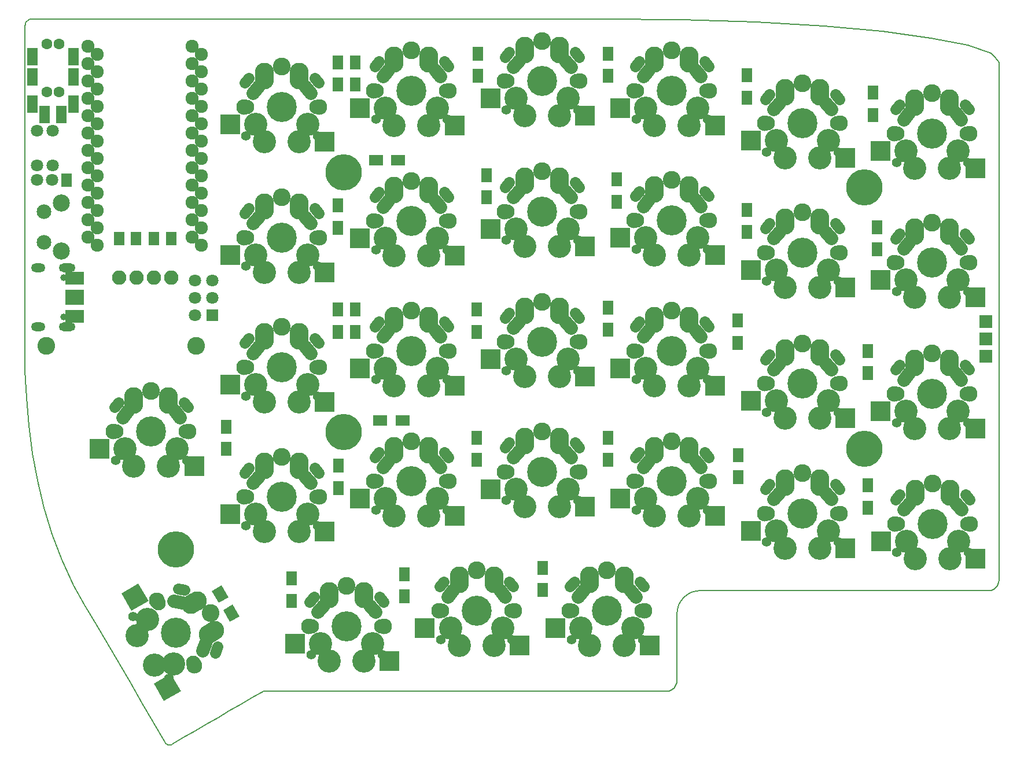
<source format=gts>
G04 #@! TF.GenerationSoftware,KiCad,Pcbnew,(5.1.5)-3*
G04 #@! TF.CreationDate,2020-04-30T15:02:57+07:00*
G04 #@! TF.ProjectId,Lily58,4c696c79-3538-42e6-9b69-6361645f7063,rev?*
G04 #@! TF.SameCoordinates,Original*
G04 #@! TF.FileFunction,Soldermask,Top*
G04 #@! TF.FilePolarity,Negative*
%FSLAX46Y46*%
G04 Gerber Fmt 4.6, Leading zero omitted, Abs format (unit mm)*
G04 Created by KiCad (PCBNEW (5.1.5)-3) date 2020-04-30 15:02:57*
%MOMM*%
%LPD*%
G04 APERTURE LIST*
%ADD10C,0.200000*%
%ADD11R,1.797000X1.797000*%
%ADD12C,1.797000*%
%ADD13O,2.100000X2.100000*%
%ADD14R,1.543000X1.035000*%
%ADD15R,0.781000X0.781000*%
%ADD16O,2.400000X1.300000*%
%ADD17O,2.100000X1.300000*%
%ADD18C,1.000000*%
%ADD19R,2.720000X2.200000*%
%ADD20R,2.720000X1.000000*%
%ADD21C,2.500000*%
%ADD22C,2.150000*%
%ADD23C,0.100000*%
%ADD24C,3.400000*%
%ADD25C,2.800000*%
%ADD26C,1.950000*%
%ADD27C,2.100000*%
%ADD28C,1.400000*%
%ADD29C,2.600000*%
%ADD30C,4.400000*%
%ADD31C,1.650000*%
%ADD32C,2.300000*%
%ADD33R,1.600000X2.000000*%
%ADD34R,2.000000X1.600000*%
%ADD35R,2.950000X2.900000*%
%ADD36C,1.600000*%
%ADD37R,1.600000X2.500000*%
%ADD38C,5.300000*%
%ADD39C,1.924000*%
%ADD40R,1.924000X1.924000*%
G04 APERTURE END LIST*
D10*
X224900000Y-42700000D02*
X225460000Y-43436755D01*
X82937528Y-50750629D02*
X82937528Y-44443695D01*
X82937528Y-57057562D02*
X82937528Y-50750629D01*
X115211711Y-37086762D02*
X104803877Y-37086762D01*
X218692418Y-120789735D02*
X223959999Y-120789735D01*
X213424836Y-120789735D02*
X218692418Y-120789735D01*
X208157255Y-120789735D02*
X213424836Y-120789735D01*
X202889673Y-120789735D02*
X208157255Y-120789735D01*
X197622092Y-120789735D02*
X202889673Y-120789735D01*
X192354511Y-120789735D02*
X197622092Y-120789735D01*
X187086929Y-120789735D02*
X192354511Y-120789735D01*
X181819348Y-120789735D02*
X187086929Y-120789735D01*
X181113524Y-120860778D02*
X181819348Y-120789735D01*
X180456326Y-121064561D02*
X181113524Y-120860778D01*
X179861773Y-121387065D02*
X180456326Y-121064561D01*
X179343884Y-121814271D02*
X179861773Y-121387065D01*
X178916678Y-122332160D02*
X179343884Y-121814271D01*
X178594174Y-122926713D02*
X178916678Y-122332160D01*
X178390391Y-123583911D02*
X178594174Y-122926713D01*
X178319348Y-124289735D02*
X178390391Y-123583911D01*
X199807654Y-38170488D02*
X189919538Y-37585374D01*
X208420758Y-38945561D02*
X199807654Y-38170488D01*
X215525697Y-39885159D02*
X208420758Y-38945561D01*
X220889319Y-40963847D02*
X215525697Y-39885159D01*
X178989563Y-37215654D02*
X167250881Y-37086762D01*
X189919538Y-37585374D02*
X178989563Y-37215654D01*
X177658308Y-135255660D02*
X177403500Y-135393876D01*
X177880261Y-135072571D02*
X177658308Y-135255660D01*
X178063349Y-134850619D02*
X177880261Y-135072571D01*
X178201565Y-134595810D02*
X178063349Y-134850619D01*
X178288901Y-134314154D02*
X178201565Y-134595810D01*
X178319348Y-134011658D02*
X178288901Y-134314154D01*
X225460000Y-52918378D02*
X225460000Y-62400000D01*
X225460000Y-43436755D02*
X225460000Y-52918378D01*
X82937528Y-69671429D02*
X82937528Y-63364495D01*
X82937528Y-75978362D02*
X82937528Y-69671429D01*
X82937528Y-82285296D02*
X82937528Y-75978362D01*
X82937528Y-88592229D02*
X82937528Y-82285296D01*
X104807833Y-37086762D02*
X94400000Y-37086762D01*
X125619545Y-37086762D02*
X115211711Y-37086762D01*
X136027379Y-37086762D02*
X125619545Y-37086762D01*
X146435213Y-37086762D02*
X136027379Y-37086762D01*
X156843047Y-37086762D02*
X146435213Y-37086762D01*
X167250881Y-37086762D02*
X156843047Y-37086762D01*
X83400937Y-37265961D02*
X83579303Y-37169210D01*
X83245570Y-37394123D02*
X83400937Y-37265961D01*
X83117409Y-37549489D02*
X83245570Y-37394123D01*
X83020657Y-37727855D02*
X83117409Y-37549489D01*
X82959523Y-37925015D02*
X83020657Y-37727855D01*
X82938210Y-38136762D02*
X82959523Y-37925015D01*
X83776462Y-37108075D02*
X83988210Y-37086762D01*
X83579303Y-37169210D02*
X83776462Y-37108075D01*
X94396044Y-37086762D02*
X83988210Y-37086762D01*
X82937528Y-63364495D02*
X82937528Y-57057562D01*
X82937528Y-44443695D02*
X82937528Y-38136762D01*
X88291758Y-116318073D02*
X89993333Y-119989540D01*
X86863105Y-112530670D02*
X88291758Y-116318073D01*
X85688004Y-108649127D02*
X86863105Y-112530670D01*
X84747083Y-104695246D02*
X85688004Y-108649127D01*
X84020972Y-100690825D02*
X84747083Y-104695246D01*
X83490297Y-96657663D02*
X84020972Y-100690825D01*
X83135690Y-92617561D02*
X83490297Y-96657663D01*
X82937777Y-88592317D02*
X83135690Y-92617561D01*
X104288864Y-143357278D02*
X104456758Y-143271756D01*
X104130206Y-143404468D02*
X104288864Y-143357278D01*
X103981252Y-143413974D02*
X104130206Y-143404468D01*
X103842470Y-143386445D02*
X103981252Y-143413974D01*
X103714328Y-143322532D02*
X103842470Y-143386445D01*
X103597295Y-143222884D02*
X103714328Y-143322532D01*
X103491837Y-143088150D02*
X103597295Y-143222884D01*
X103398425Y-142918979D02*
X103491837Y-143088150D01*
X116186619Y-136480784D02*
X117862313Y-135510645D01*
X114510925Y-137450923D02*
X116186619Y-136480784D01*
X112835230Y-138421062D02*
X114510925Y-137450923D01*
X111159536Y-139391201D02*
X112835230Y-138421062D01*
X109483841Y-140361340D02*
X111159536Y-139391201D01*
X107808147Y-141331479D02*
X109483841Y-140361340D01*
X106132452Y-142301617D02*
X107808147Y-141331479D01*
X104456758Y-143271756D02*
X106132452Y-142301617D01*
X101722730Y-140052659D02*
X103398425Y-142918979D01*
X100047036Y-137186340D02*
X101722730Y-140052659D01*
X98371341Y-134320020D02*
X100047036Y-137186340D01*
X96695647Y-131453701D02*
X98371341Y-134320020D01*
X95019952Y-128587381D02*
X96695647Y-131453701D01*
X93344258Y-125721062D02*
X95019952Y-128587381D01*
X91668563Y-122854742D02*
X93344258Y-125721062D01*
X89992869Y-119988423D02*
X91668563Y-122854742D01*
X169449826Y-135511658D02*
X176819348Y-135511658D01*
X162080304Y-135511658D02*
X169449826Y-135511658D01*
X154710782Y-135511658D02*
X162080304Y-135511658D01*
X147341260Y-135511658D02*
X154710782Y-135511658D01*
X139971738Y-135511658D02*
X147341260Y-135511658D01*
X132602217Y-135511658D02*
X139971738Y-135511658D01*
X125232695Y-135511658D02*
X132602217Y-135511658D01*
X117863173Y-135511658D02*
X125232695Y-135511658D01*
X178319348Y-132816013D02*
X178319348Y-134011658D01*
X178319348Y-131597973D02*
X178319348Y-132816013D01*
X178319348Y-130379933D02*
X178319348Y-131597973D01*
X178319348Y-129161894D02*
X178319348Y-130379933D01*
X178319348Y-127943854D02*
X178319348Y-129161894D01*
X178319348Y-126725814D02*
X178319348Y-127943854D01*
X178319348Y-125507775D02*
X178319348Y-126725814D01*
X178319348Y-124289735D02*
X178319348Y-125507775D01*
X177121844Y-135481211D02*
X176819348Y-135511658D01*
X177403500Y-135393876D02*
X177121844Y-135481211D01*
X224278471Y-42156190D02*
X220889319Y-40963847D01*
X224900000Y-42700000D02*
X224278471Y-42156190D01*
X224262495Y-120759288D02*
X223959999Y-120789735D01*
X224544152Y-120671952D02*
X224262495Y-120759288D01*
X224798960Y-120533736D02*
X224544152Y-120671952D01*
X225020912Y-120350648D02*
X224798960Y-120533736D01*
X225204001Y-120128696D02*
X225020912Y-120350648D01*
X225342217Y-119873887D02*
X225204001Y-120128696D01*
X225429552Y-119592231D02*
X225342217Y-119873887D01*
X225459999Y-119289735D02*
X225429552Y-119592231D01*
X225460000Y-109808112D02*
X225460000Y-119289735D01*
X225460000Y-100326490D02*
X225460000Y-109808112D01*
X225460000Y-90844867D02*
X225460000Y-100326490D01*
X225460000Y-81363245D02*
X225460000Y-90844867D01*
X225460000Y-71881623D02*
X225460000Y-81363245D01*
X225460000Y-62400000D02*
X225460000Y-71881623D01*
D11*
X110363000Y-80518000D03*
D12*
X107823000Y-80518000D03*
X110363000Y-77978000D03*
X107823000Y-77978000D03*
X110363000Y-75438000D03*
X107823000Y-75438000D03*
D13*
X99240000Y-75000000D03*
X101780000Y-75000000D03*
X104320000Y-75000000D03*
X96700000Y-75000000D03*
D14*
X96700000Y-68756620D03*
X96700000Y-69757380D03*
X99200000Y-68756620D03*
X99200000Y-69757380D03*
X101800000Y-68756620D03*
X101800000Y-69757380D03*
X104300000Y-68756620D03*
X104300000Y-69757380D03*
D15*
X89000000Y-60700000D03*
D14*
X89000000Y-60199620D03*
X89000000Y-61200380D03*
D16*
X89052000Y-82171000D03*
X89052000Y-73531000D03*
D17*
X84882000Y-82171000D03*
X84882000Y-73531000D03*
D18*
X88572000Y-74961000D03*
X88572000Y-80741000D03*
D19*
X90221000Y-77851000D03*
X90221000Y-77851000D03*
X90221000Y-77851000D03*
D16*
X89052000Y-73531000D03*
X89052000Y-82171000D03*
D17*
X84882000Y-73531000D03*
X84882000Y-82171000D03*
D19*
X90221000Y-77851000D03*
D18*
X88572000Y-80741000D03*
X88572000Y-74961000D03*
D20*
X90221000Y-75451000D03*
X90221000Y-75451000D03*
X90221000Y-74651000D03*
X90221000Y-74651000D03*
X90221000Y-80251000D03*
X90221000Y-81051000D03*
X90221000Y-80251000D03*
X90221000Y-81051000D03*
D21*
X88215000Y-71100000D03*
D22*
X85725000Y-69850000D03*
X85725000Y-65350000D03*
D21*
X88215000Y-64090000D03*
D23*
G36*
X101752354Y-134434913D02*
G01*
X104263828Y-132984913D01*
X105738828Y-135539687D01*
X103227354Y-136989687D01*
X101752354Y-134434913D01*
G37*
D24*
X101870591Y-131739705D03*
X100895295Y-124970443D03*
D23*
G36*
X97027058Y-121170461D02*
G01*
X99538532Y-119720461D01*
X101013532Y-122275235D01*
X98502058Y-123725235D01*
X97027058Y-121170461D01*
G37*
D24*
X104705295Y-131569557D03*
X99330591Y-127340295D03*
D25*
X108129409Y-122260295D03*
D26*
X104679200Y-122321913D02*
X105910210Y-122538973D01*
D25*
X110669409Y-126659705D03*
D27*
X102460000Y-122600591D03*
X107540000Y-131399409D03*
D28*
X103972693Y-133620653D03*
D29*
X110109550Y-124050000D03*
D26*
X109318468Y-128442249D02*
X108890942Y-129616865D01*
D28*
X98752693Y-124579347D03*
D25*
X107627114Y-122550295D03*
X107194102Y-122800295D03*
X109734102Y-127199705D03*
X110167114Y-126949705D03*
D30*
X105000000Y-127000000D03*
D31*
X111089959Y-129020376D02*
X110765039Y-129913084D01*
D32*
X102250000Y-122236860D03*
X107750000Y-131763140D03*
D31*
X105359715Y-120550787D02*
X106295283Y-120715753D01*
D33*
X158700000Y-117475000D03*
X158700000Y-120735000D03*
X138430000Y-118385000D03*
X138430000Y-121645000D03*
X121920000Y-119020000D03*
X121920000Y-122280000D03*
D23*
G36*
X110292180Y-120822354D02*
G01*
X111677820Y-120022354D01*
X112677820Y-121754404D01*
X111292180Y-122554404D01*
X110292180Y-120822354D01*
G37*
G36*
X111922180Y-123645596D02*
G01*
X113307820Y-122845596D01*
X114307820Y-124577646D01*
X112922180Y-125377646D01*
X111922180Y-123645596D01*
G37*
D33*
X112395000Y-96795000D03*
X112395000Y-100055000D03*
X206250000Y-105410000D03*
X206250000Y-108670000D03*
X187325000Y-100965000D03*
X187325000Y-104225000D03*
X168275000Y-98425000D03*
X168275000Y-101685000D03*
X149000000Y-98425000D03*
X149000000Y-101685000D03*
D34*
X138155000Y-95885000D03*
X134895000Y-95885000D03*
D33*
X128800000Y-102510000D03*
X128800000Y-105770000D03*
X206250000Y-85725000D03*
X206250000Y-88985000D03*
X187250000Y-81280000D03*
X187250000Y-84540000D03*
X168250000Y-79375000D03*
X168250000Y-82635000D03*
X149000000Y-79650000D03*
X149000000Y-82910000D03*
X131250000Y-79650000D03*
X131250000Y-82910000D03*
X128750000Y-79650000D03*
X128750000Y-82910000D03*
X207645000Y-67585000D03*
X207645000Y-70845000D03*
X188595000Y-65045000D03*
X188595000Y-68305000D03*
X169545000Y-60600000D03*
X169545000Y-63860000D03*
X150495000Y-59965000D03*
X150495000Y-63225000D03*
D34*
X137520000Y-57785000D03*
X134260000Y-57785000D03*
D33*
X128750000Y-64410000D03*
X128750000Y-67670000D03*
X207010000Y-47900000D03*
X207010000Y-51160000D03*
X188595000Y-45360000D03*
X188595000Y-48620000D03*
X168275000Y-42185000D03*
X168275000Y-45445000D03*
X149225000Y-42185000D03*
X149225000Y-45445000D03*
X131250000Y-43455000D03*
X131250000Y-46715000D03*
X128750000Y-43455000D03*
X128750000Y-46715000D03*
D29*
X108000000Y-85000000D03*
X86000000Y-85000000D03*
D35*
X174390000Y-128830000D03*
D24*
X170640000Y-128830000D03*
X164290000Y-126290000D03*
D35*
X160540000Y-126290000D03*
D24*
X171910000Y-126290000D03*
X165560000Y-128830000D03*
D25*
X165560000Y-118670000D03*
D26*
X163888258Y-121688778D02*
X164691742Y-120731222D01*
D25*
X170640000Y-118670000D03*
D27*
X163020000Y-123750000D03*
X173180000Y-123750000D03*
D28*
X173320000Y-127950000D03*
D29*
X168100000Y-117850000D03*
D26*
X171508258Y-120731222D02*
X172311742Y-121688778D01*
D28*
X162880000Y-127950000D03*
D25*
X165560000Y-119250000D03*
X165560000Y-119750000D03*
X170640000Y-119750000D03*
X170640000Y-119250000D03*
D30*
X168100000Y-123750000D03*
D31*
X172894676Y-119486129D02*
X173505324Y-120213871D01*
D32*
X162600000Y-123750000D03*
X173600000Y-123750000D03*
D31*
X162694676Y-120213871D02*
X163305324Y-119486129D01*
D35*
X155290000Y-128830000D03*
D24*
X151540000Y-128830000D03*
X145190000Y-126290000D03*
D35*
X141440000Y-126290000D03*
D24*
X152810000Y-126290000D03*
X146460000Y-128830000D03*
D25*
X146460000Y-118670000D03*
D26*
X144788258Y-121688778D02*
X145591742Y-120731222D01*
D25*
X151540000Y-118670000D03*
D27*
X143920000Y-123750000D03*
X154080000Y-123750000D03*
D28*
X154220000Y-127950000D03*
D29*
X149000000Y-117850000D03*
D26*
X152408258Y-120731222D02*
X153211742Y-121688778D01*
D28*
X143780000Y-127950000D03*
D25*
X146460000Y-119250000D03*
X146460000Y-119750000D03*
X151540000Y-119750000D03*
X151540000Y-119250000D03*
D30*
X149000000Y-123750000D03*
D31*
X153794676Y-119486129D02*
X154405324Y-120213871D01*
D32*
X143500000Y-123750000D03*
X154500000Y-123750000D03*
D31*
X143594676Y-120213871D02*
X144205324Y-119486129D01*
D35*
X136290000Y-131080000D03*
D24*
X132540000Y-131080000D03*
X126190000Y-128540000D03*
D35*
X122440000Y-128540000D03*
D24*
X133810000Y-128540000D03*
X127460000Y-131080000D03*
D25*
X127460000Y-120920000D03*
D26*
X125788258Y-123938778D02*
X126591742Y-122981222D01*
D25*
X132540000Y-120920000D03*
D27*
X124920000Y-126000000D03*
X135080000Y-126000000D03*
D28*
X135220000Y-130200000D03*
D29*
X130000000Y-120100000D03*
D26*
X133408258Y-122981222D02*
X134211742Y-123938778D01*
D28*
X124780000Y-130200000D03*
D25*
X127460000Y-121500000D03*
X127460000Y-122000000D03*
X132540000Y-122000000D03*
X132540000Y-121500000D03*
D30*
X130000000Y-126000000D03*
D31*
X134794676Y-121736129D02*
X135405324Y-122463871D01*
D32*
X124500000Y-126000000D03*
X135500000Y-126000000D03*
D31*
X124594676Y-122463871D02*
X125205324Y-121736129D01*
D35*
X107690000Y-102580000D03*
D24*
X103940000Y-102580000D03*
X97590000Y-100040000D03*
D35*
X93840000Y-100040000D03*
D24*
X105210000Y-100040000D03*
X98860000Y-102580000D03*
D25*
X98860000Y-92420000D03*
D26*
X97188258Y-95438778D02*
X97991742Y-94481222D01*
D25*
X103940000Y-92420000D03*
D27*
X96320000Y-97500000D03*
X106480000Y-97500000D03*
D28*
X106620000Y-101700000D03*
D29*
X101400000Y-91600000D03*
D26*
X104808258Y-94481222D02*
X105611742Y-95438778D01*
D28*
X96180000Y-101700000D03*
D25*
X98860000Y-93000000D03*
X98860000Y-93500000D03*
X103940000Y-93500000D03*
X103940000Y-93000000D03*
D30*
X101400000Y-97500000D03*
D31*
X106194676Y-93236129D02*
X106805324Y-93963871D01*
D32*
X95900000Y-97500000D03*
X106900000Y-97500000D03*
D31*
X95994676Y-93963871D02*
X96605324Y-93236129D01*
D35*
X222040000Y-116080000D03*
D24*
X218290000Y-116080000D03*
X211940000Y-113540000D03*
D35*
X208190000Y-113540000D03*
D24*
X219560000Y-113540000D03*
X213210000Y-116080000D03*
D25*
X213210000Y-105920000D03*
D26*
X211538258Y-108938778D02*
X212341742Y-107981222D01*
D25*
X218290000Y-105920000D03*
D27*
X210670000Y-111000000D03*
X220830000Y-111000000D03*
D28*
X220970000Y-115200000D03*
D29*
X215750000Y-105100000D03*
D26*
X219158258Y-107981222D02*
X219961742Y-108938778D01*
D28*
X210530000Y-115200000D03*
D25*
X213210000Y-106500000D03*
X213210000Y-107000000D03*
X218290000Y-107000000D03*
X218290000Y-106500000D03*
D30*
X215750000Y-111000000D03*
D31*
X220544676Y-106736129D02*
X221155324Y-107463871D01*
D32*
X210250000Y-111000000D03*
X221250000Y-111000000D03*
D31*
X210344676Y-107463871D02*
X210955324Y-106736129D01*
D35*
X202990000Y-114580000D03*
D24*
X199240000Y-114580000D03*
X192890000Y-112040000D03*
D35*
X189140000Y-112040000D03*
D24*
X200510000Y-112040000D03*
X194160000Y-114580000D03*
D25*
X194160000Y-104420000D03*
D26*
X192488258Y-107438778D02*
X193291742Y-106481222D01*
D25*
X199240000Y-104420000D03*
D27*
X191620000Y-109500000D03*
X201780000Y-109500000D03*
D28*
X201920000Y-113700000D03*
D29*
X196700000Y-103600000D03*
D26*
X200108258Y-106481222D02*
X200911742Y-107438778D01*
D28*
X191480000Y-113700000D03*
D25*
X194160000Y-105000000D03*
X194160000Y-105500000D03*
X199240000Y-105500000D03*
X199240000Y-105000000D03*
D30*
X196700000Y-109500000D03*
D31*
X201494676Y-105236129D02*
X202105324Y-105963871D01*
D32*
X191200000Y-109500000D03*
X202200000Y-109500000D03*
D31*
X191294676Y-105963871D02*
X191905324Y-105236129D01*
D35*
X183890000Y-109880000D03*
D24*
X180140000Y-109880000D03*
X173790000Y-107340000D03*
D35*
X170040000Y-107340000D03*
D24*
X181410000Y-107340000D03*
X175060000Y-109880000D03*
D25*
X175060000Y-99720000D03*
D26*
X173388258Y-102738778D02*
X174191742Y-101781222D01*
D25*
X180140000Y-99720000D03*
D27*
X172520000Y-104800000D03*
X182680000Y-104800000D03*
D28*
X182820000Y-109000000D03*
D29*
X177600000Y-98900000D03*
D26*
X181008258Y-101781222D02*
X181811742Y-102738778D01*
D28*
X172380000Y-109000000D03*
D25*
X175060000Y-100300000D03*
X175060000Y-100800000D03*
X180140000Y-100800000D03*
X180140000Y-100300000D03*
D30*
X177600000Y-104800000D03*
D31*
X182394676Y-100536129D02*
X183005324Y-101263871D01*
D32*
X172100000Y-104800000D03*
X183100000Y-104800000D03*
D31*
X172194676Y-101263871D02*
X172805324Y-100536129D01*
D35*
X164890000Y-108480000D03*
D24*
X161140000Y-108480000D03*
X154790000Y-105940000D03*
D35*
X151040000Y-105940000D03*
D24*
X162410000Y-105940000D03*
X156060000Y-108480000D03*
D25*
X156060000Y-98320000D03*
D26*
X154388258Y-101338778D02*
X155191742Y-100381222D01*
D25*
X161140000Y-98320000D03*
D27*
X153520000Y-103400000D03*
X163680000Y-103400000D03*
D28*
X163820000Y-107600000D03*
D29*
X158600000Y-97500000D03*
D26*
X162008258Y-100381222D02*
X162811742Y-101338778D01*
D28*
X153380000Y-107600000D03*
D25*
X156060000Y-98900000D03*
X156060000Y-99400000D03*
X161140000Y-99400000D03*
X161140000Y-98900000D03*
D30*
X158600000Y-103400000D03*
D31*
X163394676Y-99136129D02*
X164005324Y-99863871D01*
D32*
X153100000Y-103400000D03*
X164100000Y-103400000D03*
D31*
X153194676Y-99863871D02*
X153805324Y-99136129D01*
D35*
X145790000Y-109880000D03*
D24*
X142040000Y-109880000D03*
X135690000Y-107340000D03*
D35*
X131940000Y-107340000D03*
D24*
X143310000Y-107340000D03*
X136960000Y-109880000D03*
D25*
X136960000Y-99720000D03*
D26*
X135288258Y-102738778D02*
X136091742Y-101781222D01*
D25*
X142040000Y-99720000D03*
D27*
X134420000Y-104800000D03*
X144580000Y-104800000D03*
D28*
X144720000Y-109000000D03*
D29*
X139500000Y-98900000D03*
D26*
X142908258Y-101781222D02*
X143711742Y-102738778D01*
D28*
X134280000Y-109000000D03*
D25*
X136960000Y-100300000D03*
X136960000Y-100800000D03*
X142040000Y-100800000D03*
X142040000Y-100300000D03*
D30*
X139500000Y-104800000D03*
D31*
X144294676Y-100536129D02*
X144905324Y-101263871D01*
D32*
X134000000Y-104800000D03*
X145000000Y-104800000D03*
D31*
X134094676Y-101263871D02*
X134705324Y-100536129D01*
D35*
X126790000Y-112180000D03*
D24*
X123040000Y-112180000D03*
X116690000Y-109640000D03*
D35*
X112940000Y-109640000D03*
D24*
X124310000Y-109640000D03*
X117960000Y-112180000D03*
D25*
X117960000Y-102020000D03*
D26*
X116288258Y-105038778D02*
X117091742Y-104081222D01*
D25*
X123040000Y-102020000D03*
D27*
X115420000Y-107100000D03*
X125580000Y-107100000D03*
D28*
X125720000Y-111300000D03*
D29*
X120500000Y-101200000D03*
D26*
X123908258Y-104081222D02*
X124711742Y-105038778D01*
D28*
X115280000Y-111300000D03*
D25*
X117960000Y-102600000D03*
X117960000Y-103100000D03*
X123040000Y-103100000D03*
X123040000Y-102600000D03*
D30*
X120500000Y-107100000D03*
D31*
X125294676Y-102836129D02*
X125905324Y-103563871D01*
D32*
X115000000Y-107100000D03*
X126000000Y-107100000D03*
D31*
X115094676Y-103563871D02*
X115705324Y-102836129D01*
D35*
X221990000Y-97080000D03*
D24*
X218240000Y-97080000D03*
X211890000Y-94540000D03*
D35*
X208140000Y-94540000D03*
D24*
X219510000Y-94540000D03*
X213160000Y-97080000D03*
D25*
X213160000Y-86920000D03*
D26*
X211488258Y-89938778D02*
X212291742Y-88981222D01*
D25*
X218240000Y-86920000D03*
D27*
X210620000Y-92000000D03*
X220780000Y-92000000D03*
D28*
X220920000Y-96200000D03*
D29*
X215700000Y-86100000D03*
D26*
X219108258Y-88981222D02*
X219911742Y-89938778D01*
D28*
X210480000Y-96200000D03*
D25*
X213160000Y-87500000D03*
X213160000Y-88000000D03*
X218240000Y-88000000D03*
X218240000Y-87500000D03*
D30*
X215700000Y-92000000D03*
D31*
X220494676Y-87736129D02*
X221105324Y-88463871D01*
D32*
X210200000Y-92000000D03*
X221200000Y-92000000D03*
D31*
X210294676Y-88463871D02*
X210905324Y-87736129D01*
D35*
X202990000Y-95580000D03*
D24*
X199240000Y-95580000D03*
X192890000Y-93040000D03*
D35*
X189140000Y-93040000D03*
D24*
X200510000Y-93040000D03*
X194160000Y-95580000D03*
D25*
X194160000Y-85420000D03*
D26*
X192488258Y-88438778D02*
X193291742Y-87481222D01*
D25*
X199240000Y-85420000D03*
D27*
X191620000Y-90500000D03*
X201780000Y-90500000D03*
D28*
X201920000Y-94700000D03*
D29*
X196700000Y-84600000D03*
D26*
X200108258Y-87481222D02*
X200911742Y-88438778D01*
D28*
X191480000Y-94700000D03*
D25*
X194160000Y-86000000D03*
X194160000Y-86500000D03*
X199240000Y-86500000D03*
X199240000Y-86000000D03*
D30*
X196700000Y-90500000D03*
D31*
X201494676Y-86236129D02*
X202105324Y-86963871D01*
D32*
X191200000Y-90500000D03*
X202200000Y-90500000D03*
D31*
X191294676Y-86963871D02*
X191905324Y-86236129D01*
D35*
X183890000Y-90780000D03*
D24*
X180140000Y-90780000D03*
X173790000Y-88240000D03*
D35*
X170040000Y-88240000D03*
D24*
X181410000Y-88240000D03*
X175060000Y-90780000D03*
D25*
X175060000Y-80620000D03*
D26*
X173388258Y-83638778D02*
X174191742Y-82681222D01*
D25*
X180140000Y-80620000D03*
D27*
X172520000Y-85700000D03*
X182680000Y-85700000D03*
D28*
X182820000Y-89900000D03*
D29*
X177600000Y-79800000D03*
D26*
X181008258Y-82681222D02*
X181811742Y-83638778D01*
D28*
X172380000Y-89900000D03*
D25*
X175060000Y-81200000D03*
X175060000Y-81700000D03*
X180140000Y-81700000D03*
X180140000Y-81200000D03*
D30*
X177600000Y-85700000D03*
D31*
X182394676Y-81436129D02*
X183005324Y-82163871D01*
D32*
X172100000Y-85700000D03*
X183100000Y-85700000D03*
D31*
X172194676Y-82163871D02*
X172805324Y-81436129D01*
D35*
X164890000Y-89480000D03*
D24*
X161140000Y-89480000D03*
X154790000Y-86940000D03*
D35*
X151040000Y-86940000D03*
D24*
X162410000Y-86940000D03*
X156060000Y-89480000D03*
D25*
X156060000Y-79320000D03*
D26*
X154388258Y-82338778D02*
X155191742Y-81381222D01*
D25*
X161140000Y-79320000D03*
D27*
X153520000Y-84400000D03*
X163680000Y-84400000D03*
D28*
X163820000Y-88600000D03*
D29*
X158600000Y-78500000D03*
D26*
X162008258Y-81381222D02*
X162811742Y-82338778D01*
D28*
X153380000Y-88600000D03*
D25*
X156060000Y-79900000D03*
X156060000Y-80400000D03*
X161140000Y-80400000D03*
X161140000Y-79900000D03*
D30*
X158600000Y-84400000D03*
D31*
X163394676Y-80136129D02*
X164005324Y-80863871D01*
D32*
X153100000Y-84400000D03*
X164100000Y-84400000D03*
D31*
X153194676Y-80863871D02*
X153805324Y-80136129D01*
D35*
X145790000Y-90780000D03*
D24*
X142040000Y-90780000D03*
X135690000Y-88240000D03*
D35*
X131940000Y-88240000D03*
D24*
X143310000Y-88240000D03*
X136960000Y-90780000D03*
D25*
X136960000Y-80620000D03*
D26*
X135288258Y-83638778D02*
X136091742Y-82681222D01*
D25*
X142040000Y-80620000D03*
D27*
X134420000Y-85700000D03*
X144580000Y-85700000D03*
D28*
X144720000Y-89900000D03*
D29*
X139500000Y-79800000D03*
D26*
X142908258Y-82681222D02*
X143711742Y-83638778D01*
D28*
X134280000Y-89900000D03*
D25*
X136960000Y-81200000D03*
X136960000Y-81700000D03*
X142040000Y-81700000D03*
X142040000Y-81200000D03*
D30*
X139500000Y-85700000D03*
D31*
X144294676Y-81436129D02*
X144905324Y-82163871D01*
D32*
X134000000Y-85700000D03*
X145000000Y-85700000D03*
D31*
X134094676Y-82163871D02*
X134705324Y-81436129D01*
D35*
X126790000Y-93180000D03*
D24*
X123040000Y-93180000D03*
X116690000Y-90640000D03*
D35*
X112940000Y-90640000D03*
D24*
X124310000Y-90640000D03*
X117960000Y-93180000D03*
D25*
X117960000Y-83020000D03*
D26*
X116288258Y-86038778D02*
X117091742Y-85081222D01*
D25*
X123040000Y-83020000D03*
D27*
X115420000Y-88100000D03*
X125580000Y-88100000D03*
D28*
X125720000Y-92300000D03*
D29*
X120500000Y-82200000D03*
D26*
X123908258Y-85081222D02*
X124711742Y-86038778D01*
D28*
X115280000Y-92300000D03*
D25*
X117960000Y-83600000D03*
X117960000Y-84100000D03*
X123040000Y-84100000D03*
X123040000Y-83600000D03*
D30*
X120500000Y-88100000D03*
D31*
X125294676Y-83836129D02*
X125905324Y-84563871D01*
D32*
X115000000Y-88100000D03*
X126000000Y-88100000D03*
D31*
X115094676Y-84563871D02*
X115705324Y-83836129D01*
D35*
X221990000Y-77880000D03*
D24*
X218240000Y-77880000D03*
X211890000Y-75340000D03*
D35*
X208140000Y-75340000D03*
D24*
X219510000Y-75340000D03*
X213160000Y-77880000D03*
D25*
X213160000Y-67720000D03*
D26*
X211488258Y-70738778D02*
X212291742Y-69781222D01*
D25*
X218240000Y-67720000D03*
D27*
X210620000Y-72800000D03*
X220780000Y-72800000D03*
D28*
X220920000Y-77000000D03*
D29*
X215700000Y-66900000D03*
D26*
X219108258Y-69781222D02*
X219911742Y-70738778D01*
D28*
X210480000Y-77000000D03*
D25*
X213160000Y-68300000D03*
X213160000Y-68800000D03*
X218240000Y-68800000D03*
X218240000Y-68300000D03*
D30*
X215700000Y-72800000D03*
D31*
X220494676Y-68536129D02*
X221105324Y-69263871D01*
D32*
X210200000Y-72800000D03*
X221200000Y-72800000D03*
D31*
X210294676Y-69263871D02*
X210905324Y-68536129D01*
D35*
X202990000Y-76380000D03*
D24*
X199240000Y-76380000D03*
X192890000Y-73840000D03*
D35*
X189140000Y-73840000D03*
D24*
X200510000Y-73840000D03*
X194160000Y-76380000D03*
D25*
X194160000Y-66220000D03*
D26*
X192488258Y-69238778D02*
X193291742Y-68281222D01*
D25*
X199240000Y-66220000D03*
D27*
X191620000Y-71300000D03*
X201780000Y-71300000D03*
D28*
X201920000Y-75500000D03*
D29*
X196700000Y-65400000D03*
D26*
X200108258Y-68281222D02*
X200911742Y-69238778D01*
D28*
X191480000Y-75500000D03*
D25*
X194160000Y-66800000D03*
X194160000Y-67300000D03*
X199240000Y-67300000D03*
X199240000Y-66800000D03*
D30*
X196700000Y-71300000D03*
D31*
X201494676Y-67036129D02*
X202105324Y-67763871D01*
D32*
X191200000Y-71300000D03*
X202200000Y-71300000D03*
D31*
X191294676Y-67763871D02*
X191905324Y-67036129D01*
D35*
X183890000Y-71680000D03*
D24*
X180140000Y-71680000D03*
X173790000Y-69140000D03*
D35*
X170040000Y-69140000D03*
D24*
X181410000Y-69140000D03*
X175060000Y-71680000D03*
D25*
X175060000Y-61520000D03*
D26*
X173388258Y-64538778D02*
X174191742Y-63581222D01*
D25*
X180140000Y-61520000D03*
D27*
X172520000Y-66600000D03*
X182680000Y-66600000D03*
D28*
X182820000Y-70800000D03*
D29*
X177600000Y-60700000D03*
D26*
X181008258Y-63581222D02*
X181811742Y-64538778D01*
D28*
X172380000Y-70800000D03*
D25*
X175060000Y-62100000D03*
X175060000Y-62600000D03*
X180140000Y-62600000D03*
X180140000Y-62100000D03*
D30*
X177600000Y-66600000D03*
D31*
X182394676Y-62336129D02*
X183005324Y-63063871D01*
D32*
X172100000Y-66600000D03*
X183100000Y-66600000D03*
D31*
X172194676Y-63063871D02*
X172805324Y-62336129D01*
D35*
X164890000Y-70380000D03*
D24*
X161140000Y-70380000D03*
X154790000Y-67840000D03*
D35*
X151040000Y-67840000D03*
D24*
X162410000Y-67840000D03*
X156060000Y-70380000D03*
D25*
X156060000Y-60220000D03*
D26*
X154388258Y-63238778D02*
X155191742Y-62281222D01*
D25*
X161140000Y-60220000D03*
D27*
X153520000Y-65300000D03*
X163680000Y-65300000D03*
D28*
X163820000Y-69500000D03*
D29*
X158600000Y-59400000D03*
D26*
X162008258Y-62281222D02*
X162811742Y-63238778D01*
D28*
X153380000Y-69500000D03*
D25*
X156060000Y-60800000D03*
X156060000Y-61300000D03*
X161140000Y-61300000D03*
X161140000Y-60800000D03*
D30*
X158600000Y-65300000D03*
D31*
X163394676Y-61036129D02*
X164005324Y-61763871D01*
D32*
X153100000Y-65300000D03*
X164100000Y-65300000D03*
D31*
X153194676Y-61763871D02*
X153805324Y-61036129D01*
D35*
X145790000Y-71780000D03*
D24*
X142040000Y-71780000D03*
X135690000Y-69240000D03*
D35*
X131940000Y-69240000D03*
D24*
X143310000Y-69240000D03*
X136960000Y-71780000D03*
D25*
X136960000Y-61620000D03*
D26*
X135288258Y-64638778D02*
X136091742Y-63681222D01*
D25*
X142040000Y-61620000D03*
D27*
X134420000Y-66700000D03*
X144580000Y-66700000D03*
D28*
X144720000Y-70900000D03*
D29*
X139500000Y-60800000D03*
D26*
X142908258Y-63681222D02*
X143711742Y-64638778D01*
D28*
X134280000Y-70900000D03*
D25*
X136960000Y-62200000D03*
X136960000Y-62700000D03*
X142040000Y-62700000D03*
X142040000Y-62200000D03*
D30*
X139500000Y-66700000D03*
D31*
X144294676Y-62436129D02*
X144905324Y-63163871D01*
D32*
X134000000Y-66700000D03*
X145000000Y-66700000D03*
D31*
X134094676Y-63163871D02*
X134705324Y-62436129D01*
D35*
X126790000Y-74180000D03*
D24*
X123040000Y-74180000D03*
X116690000Y-71640000D03*
D35*
X112940000Y-71640000D03*
D24*
X124310000Y-71640000D03*
X117960000Y-74180000D03*
D25*
X117960000Y-64020000D03*
D26*
X116288258Y-67038778D02*
X117091742Y-66081222D01*
D25*
X123040000Y-64020000D03*
D27*
X115420000Y-69100000D03*
X125580000Y-69100000D03*
D28*
X125720000Y-73300000D03*
D29*
X120500000Y-63200000D03*
D26*
X123908258Y-66081222D02*
X124711742Y-67038778D01*
D28*
X115280000Y-73300000D03*
D25*
X117960000Y-64600000D03*
X117960000Y-65100000D03*
X123040000Y-65100000D03*
X123040000Y-64600000D03*
D30*
X120500000Y-69100000D03*
D31*
X125294676Y-64836129D02*
X125905324Y-65563871D01*
D32*
X115000000Y-69100000D03*
X126000000Y-69100000D03*
D31*
X115094676Y-65563871D02*
X115705324Y-64836129D01*
D35*
X221990000Y-58980000D03*
D24*
X218240000Y-58980000D03*
X211890000Y-56440000D03*
D35*
X208140000Y-56440000D03*
D24*
X219510000Y-56440000D03*
X213160000Y-58980000D03*
D25*
X213160000Y-48820000D03*
D26*
X211488258Y-51838778D02*
X212291742Y-50881222D01*
D25*
X218240000Y-48820000D03*
D27*
X210620000Y-53900000D03*
X220780000Y-53900000D03*
D28*
X220920000Y-58100000D03*
D29*
X215700000Y-48000000D03*
D26*
X219108258Y-50881222D02*
X219911742Y-51838778D01*
D28*
X210480000Y-58100000D03*
D25*
X213160000Y-49400000D03*
X213160000Y-49900000D03*
X218240000Y-49900000D03*
X218240000Y-49400000D03*
D30*
X215700000Y-53900000D03*
D31*
X220494676Y-49636129D02*
X221105324Y-50363871D01*
D32*
X210200000Y-53900000D03*
X221200000Y-53900000D03*
D31*
X210294676Y-50363871D02*
X210905324Y-49636129D01*
D35*
X202990000Y-57480000D03*
D24*
X199240000Y-57480000D03*
X192890000Y-54940000D03*
D35*
X189140000Y-54940000D03*
D24*
X200510000Y-54940000D03*
X194160000Y-57480000D03*
D25*
X194160000Y-47320000D03*
D26*
X192488258Y-50338778D02*
X193291742Y-49381222D01*
D25*
X199240000Y-47320000D03*
D27*
X191620000Y-52400000D03*
X201780000Y-52400000D03*
D28*
X201920000Y-56600000D03*
D29*
X196700000Y-46500000D03*
D26*
X200108258Y-49381222D02*
X200911742Y-50338778D01*
D28*
X191480000Y-56600000D03*
D25*
X194160000Y-47900000D03*
X194160000Y-48400000D03*
X199240000Y-48400000D03*
X199240000Y-47900000D03*
D30*
X196700000Y-52400000D03*
D31*
X201494676Y-48136129D02*
X202105324Y-48863871D01*
D32*
X191200000Y-52400000D03*
X202200000Y-52400000D03*
D31*
X191294676Y-48863871D02*
X191905324Y-48136129D01*
D35*
X183890000Y-52680000D03*
D24*
X180140000Y-52680000D03*
X173790000Y-50140000D03*
D35*
X170040000Y-50140000D03*
D24*
X181410000Y-50140000D03*
X175060000Y-52680000D03*
D25*
X175060000Y-42520000D03*
D26*
X173388258Y-45538778D02*
X174191742Y-44581222D01*
D25*
X180140000Y-42520000D03*
D27*
X172520000Y-47600000D03*
X182680000Y-47600000D03*
D28*
X182820000Y-51800000D03*
D29*
X177600000Y-41700000D03*
D26*
X181008258Y-44581222D02*
X181811742Y-45538778D01*
D28*
X172380000Y-51800000D03*
D25*
X175060000Y-43100000D03*
X175060000Y-43600000D03*
X180140000Y-43600000D03*
X180140000Y-43100000D03*
D30*
X177600000Y-47600000D03*
D31*
X182394676Y-43336129D02*
X183005324Y-44063871D01*
D32*
X172100000Y-47600000D03*
X183100000Y-47600000D03*
D31*
X172194676Y-44063871D02*
X172805324Y-43336129D01*
D35*
X164890000Y-51290000D03*
D24*
X161140000Y-51290000D03*
X154790000Y-48750000D03*
D35*
X151040000Y-48750000D03*
D24*
X162410000Y-48750000D03*
X156060000Y-51290000D03*
D25*
X156060000Y-41130000D03*
D26*
X154388258Y-44148778D02*
X155191742Y-43191222D01*
D25*
X161140000Y-41130000D03*
D27*
X153520000Y-46210000D03*
X163680000Y-46210000D03*
D28*
X163820000Y-50410000D03*
D29*
X158600000Y-40310000D03*
D26*
X162008258Y-43191222D02*
X162811742Y-44148778D01*
D28*
X153380000Y-50410000D03*
D25*
X156060000Y-41710000D03*
X156060000Y-42210000D03*
X161140000Y-42210000D03*
X161140000Y-41710000D03*
D30*
X158600000Y-46210000D03*
D31*
X163394676Y-41946129D02*
X164005324Y-42673871D01*
D32*
X153100000Y-46210000D03*
X164100000Y-46210000D03*
D31*
X153194676Y-42673871D02*
X153805324Y-41946129D01*
D35*
X145790000Y-52680000D03*
D24*
X142040000Y-52680000D03*
X135690000Y-50140000D03*
D35*
X131940000Y-50140000D03*
D24*
X143310000Y-50140000D03*
X136960000Y-52680000D03*
D25*
X136960000Y-42520000D03*
D26*
X135288258Y-45538778D02*
X136091742Y-44581222D01*
D25*
X142040000Y-42520000D03*
D27*
X134420000Y-47600000D03*
X144580000Y-47600000D03*
D28*
X144720000Y-51800000D03*
D29*
X139500000Y-41700000D03*
D26*
X142908258Y-44581222D02*
X143711742Y-45538778D01*
D28*
X134280000Y-51800000D03*
D25*
X136960000Y-43100000D03*
X136960000Y-43600000D03*
X142040000Y-43600000D03*
X142040000Y-43100000D03*
D30*
X139500000Y-47600000D03*
D31*
X144294676Y-43336129D02*
X144905324Y-44063871D01*
D32*
X134000000Y-47600000D03*
X145000000Y-47600000D03*
D31*
X134094676Y-44063871D02*
X134705324Y-43336129D01*
D35*
X126790000Y-55080000D03*
D24*
X123040000Y-55080000D03*
X116690000Y-52540000D03*
D35*
X112940000Y-52540000D03*
D24*
X124310000Y-52540000D03*
X117960000Y-55080000D03*
D25*
X117960000Y-44920000D03*
D26*
X116288258Y-47938778D02*
X117091742Y-46981222D01*
D25*
X123040000Y-44920000D03*
D27*
X115420000Y-50000000D03*
X125580000Y-50000000D03*
D28*
X125720000Y-54200000D03*
D29*
X120500000Y-44100000D03*
D26*
X123908258Y-46981222D02*
X124711742Y-47938778D01*
D28*
X115280000Y-54200000D03*
D25*
X117960000Y-45500000D03*
X117960000Y-46000000D03*
X123040000Y-46000000D03*
X123040000Y-45500000D03*
D30*
X120500000Y-50000000D03*
D31*
X125294676Y-45736129D02*
X125905324Y-46463871D01*
D32*
X115000000Y-50000000D03*
X126000000Y-50000000D03*
D31*
X115094676Y-46463871D02*
X115705324Y-45736129D01*
D36*
X86150000Y-47800000D03*
X86150000Y-40800000D03*
D37*
X84050000Y-49600000D03*
X88250000Y-51100000D03*
X84050000Y-42600000D03*
X84050000Y-45600000D03*
D36*
X87900000Y-40800000D03*
X87900000Y-47800000D03*
D37*
X90000000Y-42600000D03*
X90000000Y-45600000D03*
X90000000Y-49600000D03*
X85800000Y-51100000D03*
D38*
X129600000Y-59600000D03*
X205800000Y-61800000D03*
X129600000Y-97600000D03*
X205800000Y-100000000D03*
X105000000Y-114800000D03*
D12*
X84688000Y-53499300D03*
X84688000Y-58579300D03*
X86938000Y-53499300D03*
X86938000Y-58579300D03*
X86900000Y-60700000D03*
X84700000Y-60700000D03*
D39*
X93478815Y-47405745D03*
X108718815Y-65185745D03*
X93478815Y-57565745D03*
X108718815Y-55025745D03*
X108718815Y-49945745D03*
X93478815Y-67725745D03*
X108718815Y-47405745D03*
X108718815Y-42325745D03*
X93478815Y-62645745D03*
X108718815Y-70265745D03*
X93478815Y-55025745D03*
X93478815Y-44865745D03*
X93478815Y-49945745D03*
X93478815Y-52485745D03*
X93478815Y-65185745D03*
X93478815Y-60105745D03*
X108718815Y-62645745D03*
X108718815Y-60105745D03*
X93478815Y-70265745D03*
X108718815Y-67725745D03*
X108718815Y-44865745D03*
X93478815Y-42325745D03*
X108718815Y-57565745D03*
X108718815Y-52485745D03*
X92180000Y-41130000D03*
X92180000Y-43670000D03*
X92180000Y-46210000D03*
X92180000Y-48750000D03*
X92180000Y-51290000D03*
X92180000Y-53830000D03*
X92180000Y-56370000D03*
X92180000Y-58910000D03*
X92180000Y-61450000D03*
X92180000Y-63990000D03*
X92180000Y-66530000D03*
X92180000Y-69070000D03*
X107420000Y-69070000D03*
X107420000Y-66530000D03*
X107420000Y-63990000D03*
X107420000Y-61450000D03*
X107420000Y-58910000D03*
X107420000Y-56370000D03*
X107420000Y-53830000D03*
X107420000Y-51290000D03*
X107420000Y-48750000D03*
X107420000Y-46210000D03*
X107420000Y-43670000D03*
X107420000Y-41130000D03*
D40*
X223520000Y-81407000D03*
X223520000Y-83947000D03*
X223520000Y-86487000D03*
M02*

</source>
